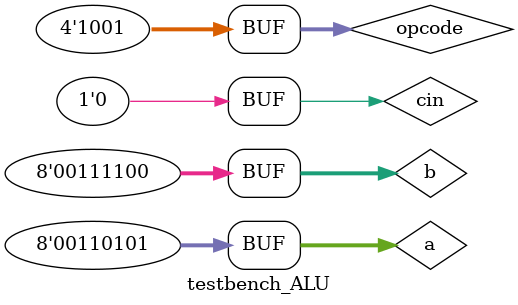
<source format=v>
`timescale 1ns/1ns

module testbench_ALU();

	parameter BUS_WIDTH = 8;
	reg [3:0] opcode;
	reg [BUS_WIDTH-1:0] a,b;
	reg cin;
	wire [BUS_WIDTH-1:0] y;
	wire cout;
	wire borrow;
	wire zero;
	wire parity;
	wire invalid_op;

	ALU #(.BUS_WIDTH(BUS_WIDTH)) uut(
		.a(a),
		.b(b),
		.cin(cin),
		.opcode(opcode),
		.y(y),
		.cout(cout),
		.borrow(borrow),
		.zero(zero),
		.parity(parity),
		.invalid_op(invalid_op)
	);

	// simple stimulus, NOT THE ACTUAL STRESS TEST
	initial begin
		$monitor("elapsed_time: %0d", $time, "opcode=%d, a=%d, b=%d, cin=%d, y=%d, cout=%b, borrow=%b, zero=%b, parity=%b, invalid_op=%b",
			  opcode, a,b,cin,y, cout,borrow,zero,parity,invalid_op);
	
		$display("Test of invalid");
		opcode = 0; a = 0; b = 0; cin = 0; #1;
		$display("\nTest OP_ADD");
		opcode = 1; a = 9; b=33; cin=0; #1;
		$display("\nTest OP_ADD_CARRY"); 
		opcode = 2; a=24; b=53; cin=1; #1;
		$display("\nTest OP_SUB");
		opcode = 3; a=9; b=33; cin=0; #1;
		$display("\nTest OP_INC");
		opcode = 4; a = 34; #1;
		$display("\nTest OP_DEC");
		opcode = 5; a = 35; #1;
		$display("\nTest OP_AND");
		opcode = 6; a=8'b01101100; b=8'b00111100; cin=0; #1;
		$display("\nTest OP_NOT");
		opcode = 7; a=8'b11111111; #1;
		$display("\nTest OP_RL");		
		opcode = 8; a=8'b00110101; #1;
		$display("\nTest OP_RR");
		opcode = 9; a=8'b00110101; #1;
	end
endmodule

</source>
